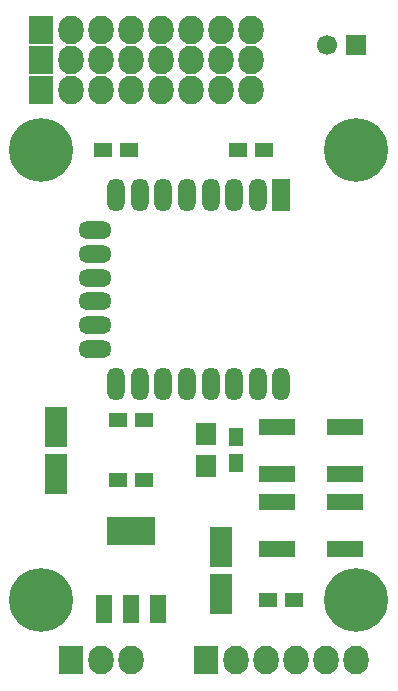
<source format=gts>
G04 #@! TF.FileFunction,Soldermask,Top*
%FSLAX46Y46*%
G04 Gerber Fmt 4.6, Leading zero omitted, Abs format (unit mm)*
G04 Created by KiCad (PCBNEW 4.0.1-stable) date Wednesday, 10 February 2016 'pmt' 16:49:47*
%MOMM*%
G01*
G04 APERTURE LIST*
%ADD10C,0.100000*%
%ADD11R,1.901140X3.399740*%
%ADD12R,1.700000X1.900000*%
%ADD13R,2.127200X2.432000*%
%ADD14O,2.127200X2.432000*%
%ADD15R,1.600000X1.300000*%
%ADD16R,1.300000X1.600000*%
%ADD17R,3.150000X1.400000*%
%ADD18R,4.057600X2.432000*%
%ADD19R,1.416000X2.432000*%
%ADD20O,2.800000X1.500000*%
%ADD21R,1.500000X2.800000*%
%ADD22O,1.500000X2.800000*%
%ADD23C,5.400000*%
%ADD24C,1.700000*%
%ADD25R,1.700000X1.700000*%
G04 APERTURE END LIST*
D10*
D11*
X172720000Y-137701020D03*
X172720000Y-141698980D03*
X158750000Y-127541020D03*
X158750000Y-131538980D03*
D12*
X171450000Y-128190000D03*
X171450000Y-130890000D03*
D13*
X160020000Y-147320000D03*
D14*
X162560000Y-147320000D03*
X165100000Y-147320000D03*
D13*
X171450000Y-147320000D03*
D14*
X173990000Y-147320000D03*
X176530000Y-147320000D03*
X179070000Y-147320000D03*
X181610000Y-147320000D03*
X184150000Y-147320000D03*
D13*
X157480000Y-93980000D03*
D14*
X160020000Y-93980000D03*
X162560000Y-93980000D03*
X165100000Y-93980000D03*
X167640000Y-93980000D03*
X170180000Y-93980000D03*
X172720000Y-93980000D03*
X175260000Y-93980000D03*
D13*
X157480000Y-99060000D03*
D14*
X160020000Y-99060000D03*
X162560000Y-99060000D03*
X165100000Y-99060000D03*
X167640000Y-99060000D03*
X170180000Y-99060000D03*
X172720000Y-99060000D03*
X175260000Y-99060000D03*
D13*
X157480000Y-96520000D03*
D14*
X160020000Y-96520000D03*
X162560000Y-96520000D03*
X165100000Y-96520000D03*
X167640000Y-96520000D03*
X170180000Y-96520000D03*
X172720000Y-96520000D03*
X175260000Y-96520000D03*
D15*
X174160000Y-104140000D03*
X176360000Y-104140000D03*
X162730000Y-104140000D03*
X164930000Y-104140000D03*
X176700000Y-142240000D03*
X178900000Y-142240000D03*
D16*
X173990000Y-130640000D03*
X173990000Y-128440000D03*
D15*
X164000000Y-132080000D03*
X166200000Y-132080000D03*
X166200000Y-127000000D03*
X164000000Y-127000000D03*
D17*
X183215000Y-133890000D03*
X177465000Y-133890000D03*
X177465000Y-137890000D03*
X183215000Y-137890000D03*
X177465000Y-131540000D03*
X183215000Y-131540000D03*
X183215000Y-127540000D03*
X177465000Y-127540000D03*
D18*
X165100000Y-136398000D03*
D19*
X165100000Y-143002000D03*
X167386000Y-143002000D03*
X162814000Y-143002000D03*
D20*
X162050000Y-110940000D03*
X162050000Y-112940000D03*
X162050000Y-114940000D03*
X162050000Y-116940000D03*
X162050000Y-118940000D03*
X162050000Y-120940000D03*
D21*
X177800000Y-107950000D03*
D22*
X175800000Y-107950000D03*
X173800000Y-107950000D03*
X171800000Y-107950000D03*
X169800000Y-107950000D03*
X167800000Y-107950000D03*
X165800000Y-107950000D03*
X163800000Y-107950000D03*
X163800000Y-123950000D03*
X165800000Y-123950000D03*
X167800000Y-123950000D03*
X169800000Y-123950000D03*
X171800000Y-123950000D03*
X173800000Y-123950000D03*
X175800000Y-123950000D03*
X177800000Y-123950000D03*
D23*
X184150000Y-104140000D03*
X157480000Y-104140000D03*
X184150000Y-142240000D03*
X157480000Y-142240000D03*
D24*
X181650000Y-95250000D03*
D25*
X184150000Y-95250000D03*
M02*

</source>
